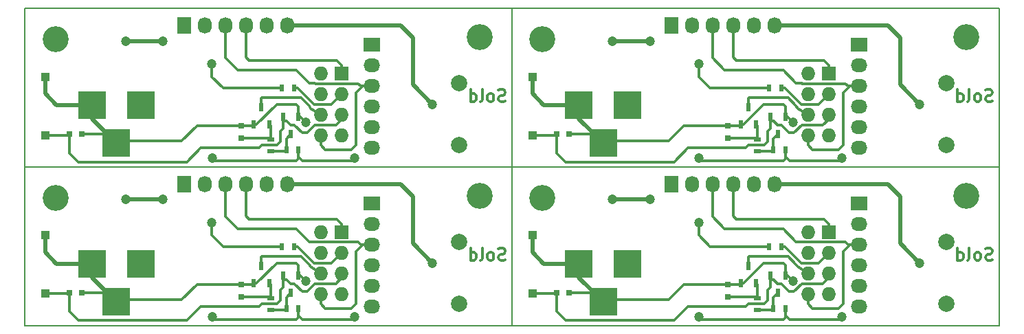
<source format=gbr>
G04 #@! TF.FileFunction,Copper,L2,Bot,Signal*
%FSLAX46Y46*%
G04 Gerber Fmt 4.6, Leading zero omitted, Abs format (unit mm)*
G04 Created by KiCad (PCBNEW (2015-01-16 BZR 5376)-product) date 1/21/2016 3:46:14 PM*
%MOMM*%
G01*
G04 APERTURE LIST*
%ADD10C,0.100000*%
%ADD11C,0.150000*%
%ADD12C,0.300000*%
%ADD13C,3.200000*%
%ADD14R,2.032000X1.727200*%
%ADD15O,2.032000X1.727200*%
%ADD16R,1.000760X1.000760*%
%ADD17C,2.000000*%
%ADD18R,0.500000X0.900000*%
%ADD19R,0.900000X0.500000*%
%ADD20R,1.727200X2.032000*%
%ADD21O,1.727200X2.032000*%
%ADD22R,3.500120X3.500120*%
%ADD23R,0.750000X0.800000*%
%ADD24R,0.800000X0.750000*%
%ADD25R,0.599440X1.000760*%
%ADD26R,1.727200X1.727200*%
%ADD27O,1.727200X1.727200*%
%ADD28C,1.200000*%
%ADD29C,0.350000*%
%ADD30C,0.250000*%
%ADD31C,0.500000*%
G04 APERTURE END LIST*
D10*
D11*
X206000000Y-77500000D02*
X206000000Y-77000000D01*
X206000000Y-77000000D02*
X146000000Y-77000000D01*
X146000000Y-77000000D02*
X146000000Y-96500000D01*
X146000000Y-96500000D02*
X206000000Y-96500000D01*
X206000000Y-96500000D02*
X206000000Y-77500000D01*
D12*
X205178571Y-88407143D02*
X204964285Y-88478571D01*
X204607142Y-88478571D01*
X204464285Y-88407143D01*
X204392856Y-88335714D01*
X204321428Y-88192857D01*
X204321428Y-88050000D01*
X204392856Y-87907143D01*
X204464285Y-87835714D01*
X204607142Y-87764286D01*
X204892856Y-87692857D01*
X205035714Y-87621429D01*
X205107142Y-87550000D01*
X205178571Y-87407143D01*
X205178571Y-87264286D01*
X205107142Y-87121429D01*
X205035714Y-87050000D01*
X204892856Y-86978571D01*
X204535714Y-86978571D01*
X204321428Y-87050000D01*
X203464285Y-88478571D02*
X203607143Y-88407143D01*
X203678571Y-88335714D01*
X203750000Y-88192857D01*
X203750000Y-87764286D01*
X203678571Y-87621429D01*
X203607143Y-87550000D01*
X203464285Y-87478571D01*
X203250000Y-87478571D01*
X203107143Y-87550000D01*
X203035714Y-87621429D01*
X202964285Y-87764286D01*
X202964285Y-88192857D01*
X203035714Y-88335714D01*
X203107143Y-88407143D01*
X203250000Y-88478571D01*
X203464285Y-88478571D01*
X202107142Y-88478571D02*
X202250000Y-88407143D01*
X202321428Y-88264286D01*
X202321428Y-86978571D01*
X200892857Y-88478571D02*
X200892857Y-86978571D01*
X200892857Y-88407143D02*
X201035714Y-88478571D01*
X201321428Y-88478571D01*
X201464286Y-88407143D01*
X201535714Y-88335714D01*
X201607143Y-88192857D01*
X201607143Y-87764286D01*
X201535714Y-87621429D01*
X201464286Y-87550000D01*
X201321428Y-87478571D01*
X201035714Y-87478571D01*
X200892857Y-87550000D01*
X205178571Y-107957143D02*
X204964285Y-108028571D01*
X204607142Y-108028571D01*
X204464285Y-107957143D01*
X204392856Y-107885714D01*
X204321428Y-107742857D01*
X204321428Y-107600000D01*
X204392856Y-107457143D01*
X204464285Y-107385714D01*
X204607142Y-107314286D01*
X204892856Y-107242857D01*
X205035714Y-107171429D01*
X205107142Y-107100000D01*
X205178571Y-106957143D01*
X205178571Y-106814286D01*
X205107142Y-106671429D01*
X205035714Y-106600000D01*
X204892856Y-106528571D01*
X204535714Y-106528571D01*
X204321428Y-106600000D01*
X203464285Y-108028571D02*
X203607143Y-107957143D01*
X203678571Y-107885714D01*
X203750000Y-107742857D01*
X203750000Y-107314286D01*
X203678571Y-107171429D01*
X203607143Y-107100000D01*
X203464285Y-107028571D01*
X203250000Y-107028571D01*
X203107143Y-107100000D01*
X203035714Y-107171429D01*
X202964285Y-107314286D01*
X202964285Y-107742857D01*
X203035714Y-107885714D01*
X203107143Y-107957143D01*
X203250000Y-108028571D01*
X203464285Y-108028571D01*
X202107142Y-108028571D02*
X202250000Y-107957143D01*
X202321428Y-107814286D01*
X202321428Y-106528571D01*
X200892857Y-108028571D02*
X200892857Y-106528571D01*
X200892857Y-107957143D02*
X201035714Y-108028571D01*
X201321428Y-108028571D01*
X201464286Y-107957143D01*
X201535714Y-107885714D01*
X201607143Y-107742857D01*
X201607143Y-107314286D01*
X201535714Y-107171429D01*
X201464286Y-107100000D01*
X201321428Y-107028571D01*
X201035714Y-107028571D01*
X200892857Y-107100000D01*
D11*
X206000000Y-116050000D02*
X206000000Y-97050000D01*
X146000000Y-116050000D02*
X206000000Y-116050000D01*
X146000000Y-96550000D02*
X146000000Y-116050000D01*
X206000000Y-96550000D02*
X146000000Y-96550000D01*
X206000000Y-97050000D02*
X206000000Y-96550000D01*
X146000000Y-97050000D02*
X146000000Y-96550000D01*
X146000000Y-96550000D02*
X86000000Y-96550000D01*
X86000000Y-96550000D02*
X86000000Y-116050000D01*
X86000000Y-116050000D02*
X146000000Y-116050000D01*
X146000000Y-116050000D02*
X146000000Y-97050000D01*
D12*
X145178571Y-107957143D02*
X144964285Y-108028571D01*
X144607142Y-108028571D01*
X144464285Y-107957143D01*
X144392856Y-107885714D01*
X144321428Y-107742857D01*
X144321428Y-107600000D01*
X144392856Y-107457143D01*
X144464285Y-107385714D01*
X144607142Y-107314286D01*
X144892856Y-107242857D01*
X145035714Y-107171429D01*
X145107142Y-107100000D01*
X145178571Y-106957143D01*
X145178571Y-106814286D01*
X145107142Y-106671429D01*
X145035714Y-106600000D01*
X144892856Y-106528571D01*
X144535714Y-106528571D01*
X144321428Y-106600000D01*
X143464285Y-108028571D02*
X143607143Y-107957143D01*
X143678571Y-107885714D01*
X143750000Y-107742857D01*
X143750000Y-107314286D01*
X143678571Y-107171429D01*
X143607143Y-107100000D01*
X143464285Y-107028571D01*
X143250000Y-107028571D01*
X143107143Y-107100000D01*
X143035714Y-107171429D01*
X142964285Y-107314286D01*
X142964285Y-107742857D01*
X143035714Y-107885714D01*
X143107143Y-107957143D01*
X143250000Y-108028571D01*
X143464285Y-108028571D01*
X142107142Y-108028571D02*
X142250000Y-107957143D01*
X142321428Y-107814286D01*
X142321428Y-106528571D01*
X140892857Y-108028571D02*
X140892857Y-106528571D01*
X140892857Y-107957143D02*
X141035714Y-108028571D01*
X141321428Y-108028571D01*
X141464286Y-107957143D01*
X141535714Y-107885714D01*
X141607143Y-107742857D01*
X141607143Y-107314286D01*
X141535714Y-107171429D01*
X141464286Y-107100000D01*
X141321428Y-107028571D01*
X141035714Y-107028571D01*
X140892857Y-107100000D01*
X145178571Y-88407143D02*
X144964285Y-88478571D01*
X144607142Y-88478571D01*
X144464285Y-88407143D01*
X144392856Y-88335714D01*
X144321428Y-88192857D01*
X144321428Y-88050000D01*
X144392856Y-87907143D01*
X144464285Y-87835714D01*
X144607142Y-87764286D01*
X144892856Y-87692857D01*
X145035714Y-87621429D01*
X145107142Y-87550000D01*
X145178571Y-87407143D01*
X145178571Y-87264286D01*
X145107142Y-87121429D01*
X145035714Y-87050000D01*
X144892856Y-86978571D01*
X144535714Y-86978571D01*
X144321428Y-87050000D01*
X143464285Y-88478571D02*
X143607143Y-88407143D01*
X143678571Y-88335714D01*
X143750000Y-88192857D01*
X143750000Y-87764286D01*
X143678571Y-87621429D01*
X143607143Y-87550000D01*
X143464285Y-87478571D01*
X143250000Y-87478571D01*
X143107143Y-87550000D01*
X143035714Y-87621429D01*
X142964285Y-87764286D01*
X142964285Y-88192857D01*
X143035714Y-88335714D01*
X143107143Y-88407143D01*
X143250000Y-88478571D01*
X143464285Y-88478571D01*
X142107142Y-88478571D02*
X142250000Y-88407143D01*
X142321428Y-88264286D01*
X142321428Y-86978571D01*
X140892857Y-88478571D02*
X140892857Y-86978571D01*
X140892857Y-88407143D02*
X141035714Y-88478571D01*
X141321428Y-88478571D01*
X141464286Y-88407143D01*
X141535714Y-88335714D01*
X141607143Y-88192857D01*
X141607143Y-87764286D01*
X141535714Y-87621429D01*
X141464286Y-87550000D01*
X141321428Y-87478571D01*
X141035714Y-87478571D01*
X140892857Y-87550000D01*
D11*
X146000000Y-96500000D02*
X146000000Y-77500000D01*
X86000000Y-96500000D02*
X146000000Y-96500000D01*
X86000000Y-77000000D02*
X86000000Y-96500000D01*
X146000000Y-77000000D02*
X86000000Y-77000000D01*
X146000000Y-77500000D02*
X146000000Y-77000000D01*
D13*
X149750000Y-80750000D03*
D14*
X188750000Y-81500000D03*
D15*
X188750000Y-84040000D03*
X188750000Y-86580000D03*
X188750000Y-89120000D03*
X188750000Y-91660000D03*
X188750000Y-94200000D03*
D16*
X148500000Y-85400820D03*
X148500000Y-92599180D03*
D17*
X199500000Y-93799840D03*
X199500000Y-86200160D03*
D18*
X177650000Y-86800000D03*
X179150000Y-86800000D03*
D19*
X176250000Y-93125000D03*
X176250000Y-94625000D03*
D18*
X179700000Y-94400000D03*
X178200000Y-94400000D03*
D20*
X165600000Y-79075000D03*
D21*
X168140000Y-79075000D03*
X170680000Y-79075000D03*
X173220000Y-79075000D03*
X175760000Y-79075000D03*
X178300000Y-79075000D03*
D13*
X202000000Y-80500000D03*
D22*
X160250140Y-88900000D03*
X154250660Y-88900000D03*
X157250400Y-93599000D03*
D23*
X172600000Y-92950000D03*
X172600000Y-91450000D03*
D24*
X151500000Y-92500000D03*
X153000000Y-92500000D03*
D25*
X176077500Y-91306640D03*
X175125000Y-89193360D03*
X174172500Y-91306640D03*
X177797500Y-90368360D03*
X178750000Y-92481640D03*
X179702500Y-90368360D03*
D26*
X185000000Y-85000000D03*
D27*
X182460000Y-85000000D03*
X185000000Y-87540000D03*
X182460000Y-87540000D03*
X185000000Y-90080000D03*
X182460000Y-90080000D03*
X185000000Y-92620000D03*
X182460000Y-92620000D03*
D26*
X185000000Y-104550000D03*
D27*
X182460000Y-104550000D03*
X185000000Y-107090000D03*
X182460000Y-107090000D03*
X185000000Y-109630000D03*
X182460000Y-109630000D03*
X185000000Y-112170000D03*
X182460000Y-112170000D03*
D25*
X177797500Y-109918360D03*
X178750000Y-112031640D03*
X179702500Y-109918360D03*
X176077500Y-110856640D03*
X175125000Y-108743360D03*
X174172500Y-110856640D03*
D24*
X151500000Y-112050000D03*
X153000000Y-112050000D03*
D23*
X172600000Y-112500000D03*
X172600000Y-111000000D03*
D22*
X160250140Y-108450000D03*
X154250660Y-108450000D03*
X157250400Y-113149000D03*
D13*
X202000000Y-100050000D03*
D20*
X165600000Y-98625000D03*
D21*
X168140000Y-98625000D03*
X170680000Y-98625000D03*
X173220000Y-98625000D03*
X175760000Y-98625000D03*
X178300000Y-98625000D03*
D18*
X179700000Y-113950000D03*
X178200000Y-113950000D03*
D19*
X176250000Y-112675000D03*
X176250000Y-114175000D03*
D18*
X177650000Y-106350000D03*
X179150000Y-106350000D03*
D17*
X199500000Y-113349840D03*
X199500000Y-105750160D03*
D16*
X148500000Y-104950820D03*
X148500000Y-112149180D03*
D14*
X188750000Y-101050000D03*
D15*
X188750000Y-103590000D03*
X188750000Y-106130000D03*
X188750000Y-108670000D03*
X188750000Y-111210000D03*
X188750000Y-113750000D03*
D13*
X149750000Y-100300000D03*
X89750000Y-100300000D03*
D14*
X128750000Y-101050000D03*
D15*
X128750000Y-103590000D03*
X128750000Y-106130000D03*
X128750000Y-108670000D03*
X128750000Y-111210000D03*
X128750000Y-113750000D03*
D16*
X88500000Y-104950820D03*
X88500000Y-112149180D03*
D17*
X139500000Y-113349840D03*
X139500000Y-105750160D03*
D18*
X117650000Y-106350000D03*
X119150000Y-106350000D03*
D19*
X116250000Y-112675000D03*
X116250000Y-114175000D03*
D18*
X119700000Y-113950000D03*
X118200000Y-113950000D03*
D20*
X105600000Y-98625000D03*
D21*
X108140000Y-98625000D03*
X110680000Y-98625000D03*
X113220000Y-98625000D03*
X115760000Y-98625000D03*
X118300000Y-98625000D03*
D13*
X142000000Y-100050000D03*
D22*
X100250140Y-108450000D03*
X94250660Y-108450000D03*
X97250400Y-113149000D03*
D23*
X112600000Y-112500000D03*
X112600000Y-111000000D03*
D24*
X91500000Y-112050000D03*
X93000000Y-112050000D03*
D25*
X116077500Y-110856640D03*
X115125000Y-108743360D03*
X114172500Y-110856640D03*
X117797500Y-109918360D03*
X118750000Y-112031640D03*
X119702500Y-109918360D03*
D26*
X125000000Y-104550000D03*
D27*
X122460000Y-104550000D03*
X125000000Y-107090000D03*
X122460000Y-107090000D03*
X125000000Y-109630000D03*
X122460000Y-109630000D03*
X125000000Y-112170000D03*
X122460000Y-112170000D03*
D26*
X125000000Y-85000000D03*
D27*
X122460000Y-85000000D03*
X125000000Y-87540000D03*
X122460000Y-87540000D03*
X125000000Y-90080000D03*
X122460000Y-90080000D03*
X125000000Y-92620000D03*
X122460000Y-92620000D03*
D25*
X117797500Y-90368360D03*
X118750000Y-92481640D03*
X119702500Y-90368360D03*
X116077500Y-91306640D03*
X115125000Y-89193360D03*
X114172500Y-91306640D03*
D24*
X91500000Y-92500000D03*
X93000000Y-92500000D03*
D23*
X112600000Y-92950000D03*
X112600000Y-91450000D03*
D22*
X100250140Y-88900000D03*
X94250660Y-88900000D03*
X97250400Y-93599000D03*
D13*
X142000000Y-80500000D03*
D20*
X105600000Y-79075000D03*
D21*
X108140000Y-79075000D03*
X110680000Y-79075000D03*
X113220000Y-79075000D03*
X115760000Y-79075000D03*
X118300000Y-79075000D03*
D18*
X119700000Y-94400000D03*
X118200000Y-94400000D03*
D19*
X116250000Y-93125000D03*
X116250000Y-94625000D03*
D18*
X117650000Y-86800000D03*
X119150000Y-86800000D03*
D17*
X139500000Y-93799840D03*
X139500000Y-86200160D03*
D16*
X88500000Y-85400820D03*
X88500000Y-92599180D03*
D14*
X128750000Y-81500000D03*
D15*
X128750000Y-84040000D03*
X128750000Y-86580000D03*
X128750000Y-89120000D03*
X128750000Y-91660000D03*
X128750000Y-94200000D03*
D13*
X89750000Y-80750000D03*
D28*
X158400000Y-81000000D03*
X163000000Y-81000000D03*
X180600000Y-91050000D03*
X180600000Y-110600000D03*
X163000000Y-100550000D03*
X158400000Y-100550000D03*
X98400000Y-100550000D03*
X103000000Y-100550000D03*
X120600000Y-110600000D03*
X120600000Y-91050000D03*
X103000000Y-81000000D03*
X98400000Y-81000000D03*
X196200000Y-88800000D03*
X196200000Y-108350000D03*
X136200000Y-108350000D03*
X136200000Y-88800000D03*
X186600000Y-95400000D03*
X169000000Y-83800000D03*
X169050000Y-95450000D03*
X169050000Y-115000000D03*
X169000000Y-103350000D03*
X186600000Y-114950000D03*
X126600000Y-114950000D03*
X109000000Y-103350000D03*
X109050000Y-115000000D03*
X109050000Y-95450000D03*
X109000000Y-83800000D03*
X126600000Y-95400000D03*
D29*
X153000000Y-92500000D02*
X156151400Y-92500000D01*
X172600000Y-91450000D02*
X174029140Y-91450000D01*
D30*
X174029140Y-91450000D02*
X174172500Y-91306640D01*
X174493360Y-91306640D02*
X174172500Y-91306640D01*
X174029140Y-91450000D02*
X174172500Y-91306640D01*
X174300000Y-91179140D02*
X174172500Y-91306640D01*
D29*
X177000000Y-88800000D02*
X174493360Y-91306640D01*
X179400000Y-88800000D02*
X177000000Y-88800000D01*
X179702500Y-89102500D02*
X179400000Y-88800000D01*
X179702500Y-90368360D02*
X179702500Y-89102500D01*
D31*
X163000000Y-81000000D02*
X158400000Y-81000000D01*
X154250660Y-88900000D02*
X154250660Y-90599260D01*
X154250660Y-90599260D02*
X157250400Y-93599000D01*
X156151400Y-92500000D02*
X157250400Y-93599000D01*
X154250660Y-88900000D02*
X149900000Y-88900000D01*
X148500000Y-87500000D02*
X148500000Y-85400820D01*
X149900000Y-88900000D02*
X148500000Y-87500000D01*
D29*
X179918360Y-90368360D02*
X180600000Y-91050000D01*
X179702500Y-90368360D02*
X179918360Y-90368360D01*
X157499400Y-93350000D02*
X157250400Y-93599000D01*
X167200000Y-91450000D02*
X165300000Y-93350000D01*
X165300000Y-93350000D02*
X157499400Y-93350000D01*
X172600000Y-91450000D02*
X167200000Y-91450000D01*
X172600000Y-111000000D02*
X167200000Y-111000000D01*
X165300000Y-112900000D02*
X157499400Y-112900000D01*
X167200000Y-111000000D02*
X165300000Y-112900000D01*
X157499400Y-112900000D02*
X157250400Y-113149000D01*
X179702500Y-109918360D02*
X179918360Y-109918360D01*
X179918360Y-109918360D02*
X180600000Y-110600000D01*
D31*
X149900000Y-108450000D02*
X148500000Y-107050000D01*
X148500000Y-107050000D02*
X148500000Y-104950820D01*
X154250660Y-108450000D02*
X149900000Y-108450000D01*
X156151400Y-112050000D02*
X157250400Y-113149000D01*
X154250660Y-110149260D02*
X157250400Y-113149000D01*
X154250660Y-108450000D02*
X154250660Y-110149260D01*
X163000000Y-100550000D02*
X158400000Y-100550000D01*
D29*
X179702500Y-109918360D02*
X179702500Y-108652500D01*
X179702500Y-108652500D02*
X179400000Y-108350000D01*
X179400000Y-108350000D02*
X177000000Y-108350000D01*
X177000000Y-108350000D02*
X174493360Y-110856640D01*
D30*
X174300000Y-110729140D02*
X174172500Y-110856640D01*
X174029140Y-111000000D02*
X174172500Y-110856640D01*
X174493360Y-110856640D02*
X174172500Y-110856640D01*
X174029140Y-111000000D02*
X174172500Y-110856640D01*
D29*
X172600000Y-111000000D02*
X174029140Y-111000000D01*
X153000000Y-112050000D02*
X156151400Y-112050000D01*
X93000000Y-112050000D02*
X96151400Y-112050000D01*
X112600000Y-111000000D02*
X114029140Y-111000000D01*
D30*
X114029140Y-111000000D02*
X114172500Y-110856640D01*
X114493360Y-110856640D02*
X114172500Y-110856640D01*
X114029140Y-111000000D02*
X114172500Y-110856640D01*
X114300000Y-110729140D02*
X114172500Y-110856640D01*
D29*
X117000000Y-108350000D02*
X114493360Y-110856640D01*
X119400000Y-108350000D02*
X117000000Y-108350000D01*
X119702500Y-108652500D02*
X119400000Y-108350000D01*
X119702500Y-109918360D02*
X119702500Y-108652500D01*
D31*
X103000000Y-100550000D02*
X98400000Y-100550000D01*
X94250660Y-108450000D02*
X94250660Y-110149260D01*
X94250660Y-110149260D02*
X97250400Y-113149000D01*
X96151400Y-112050000D02*
X97250400Y-113149000D01*
X94250660Y-108450000D02*
X89900000Y-108450000D01*
X88500000Y-107050000D02*
X88500000Y-104950820D01*
X89900000Y-108450000D02*
X88500000Y-107050000D01*
D29*
X119918360Y-109918360D02*
X120600000Y-110600000D01*
X119702500Y-109918360D02*
X119918360Y-109918360D01*
X97499400Y-112900000D02*
X97250400Y-113149000D01*
X107200000Y-111000000D02*
X105300000Y-112900000D01*
X105300000Y-112900000D02*
X97499400Y-112900000D01*
X112600000Y-111000000D02*
X107200000Y-111000000D01*
X112600000Y-91450000D02*
X107200000Y-91450000D01*
X105300000Y-93350000D02*
X97499400Y-93350000D01*
X107200000Y-91450000D02*
X105300000Y-93350000D01*
X97499400Y-93350000D02*
X97250400Y-93599000D01*
X119702500Y-90368360D02*
X119918360Y-90368360D01*
X119918360Y-90368360D02*
X120600000Y-91050000D01*
D31*
X89900000Y-88900000D02*
X88500000Y-87500000D01*
X88500000Y-87500000D02*
X88500000Y-85400820D01*
X94250660Y-88900000D02*
X89900000Y-88900000D01*
X96151400Y-92500000D02*
X97250400Y-93599000D01*
X94250660Y-90599260D02*
X97250400Y-93599000D01*
X94250660Y-88900000D02*
X94250660Y-90599260D01*
X103000000Y-81000000D02*
X98400000Y-81000000D01*
D29*
X119702500Y-90368360D02*
X119702500Y-89102500D01*
X119702500Y-89102500D02*
X119400000Y-88800000D01*
X119400000Y-88800000D02*
X117000000Y-88800000D01*
X117000000Y-88800000D02*
X114493360Y-91306640D01*
D30*
X114300000Y-91179140D02*
X114172500Y-91306640D01*
X114029140Y-91450000D02*
X114172500Y-91306640D01*
X114493360Y-91306640D02*
X114172500Y-91306640D01*
X114029140Y-91450000D02*
X114172500Y-91306640D01*
D29*
X112600000Y-91450000D02*
X114029140Y-91450000D01*
X93000000Y-92500000D02*
X96151400Y-92500000D01*
D31*
X178300000Y-79075000D02*
X192275000Y-79075000D01*
X192275000Y-79075000D02*
X193800000Y-80600000D01*
X193800000Y-80600000D02*
X193800000Y-86400000D01*
X193800000Y-86400000D02*
X196200000Y-88800000D01*
X193800000Y-105950000D02*
X196200000Y-108350000D01*
X193800000Y-100150000D02*
X193800000Y-105950000D01*
X192275000Y-98625000D02*
X193800000Y-100150000D01*
X178300000Y-98625000D02*
X192275000Y-98625000D01*
X118300000Y-98625000D02*
X132275000Y-98625000D01*
X132275000Y-98625000D02*
X133800000Y-100150000D01*
X133800000Y-100150000D02*
X133800000Y-105950000D01*
X133800000Y-105950000D02*
X136200000Y-108350000D01*
X133800000Y-86400000D02*
X136200000Y-88800000D01*
X133800000Y-80600000D02*
X133800000Y-86400000D01*
X132275000Y-79075000D02*
X133800000Y-80600000D01*
X118300000Y-79075000D02*
X132275000Y-79075000D01*
D29*
X179700000Y-94400000D02*
X179700000Y-95300000D01*
X180200000Y-95800000D02*
X186200000Y-95800000D01*
X186200000Y-95800000D02*
X186600000Y-95400000D01*
X179700000Y-95300000D02*
X180200000Y-95800000D01*
X177650000Y-86800000D02*
X170400000Y-86800000D01*
X169000000Y-85400000D02*
X169000000Y-83800000D01*
X170400000Y-86800000D02*
X169000000Y-85400000D01*
X169050000Y-95450000D02*
X169350000Y-95750000D01*
X169350000Y-95750000D02*
X179450000Y-95750000D01*
X179450000Y-95750000D02*
X179700000Y-95500000D01*
X179700000Y-95500000D02*
X179700000Y-95300000D01*
X179700000Y-115050000D02*
X179700000Y-114850000D01*
X179450000Y-115300000D02*
X179700000Y-115050000D01*
X169350000Y-115300000D02*
X179450000Y-115300000D01*
X169050000Y-115000000D02*
X169350000Y-115300000D01*
X170400000Y-106350000D02*
X169000000Y-104950000D01*
X169000000Y-104950000D02*
X169000000Y-103350000D01*
X177650000Y-106350000D02*
X170400000Y-106350000D01*
X179700000Y-114850000D02*
X180200000Y-115350000D01*
X186200000Y-115350000D02*
X186600000Y-114950000D01*
X180200000Y-115350000D02*
X186200000Y-115350000D01*
X179700000Y-113950000D02*
X179700000Y-114850000D01*
X119700000Y-113950000D02*
X119700000Y-114850000D01*
X120200000Y-115350000D02*
X126200000Y-115350000D01*
X126200000Y-115350000D02*
X126600000Y-114950000D01*
X119700000Y-114850000D02*
X120200000Y-115350000D01*
X117650000Y-106350000D02*
X110400000Y-106350000D01*
X109000000Y-104950000D02*
X109000000Y-103350000D01*
X110400000Y-106350000D02*
X109000000Y-104950000D01*
X109050000Y-115000000D02*
X109350000Y-115300000D01*
X109350000Y-115300000D02*
X119450000Y-115300000D01*
X119450000Y-115300000D02*
X119700000Y-115050000D01*
X119700000Y-115050000D02*
X119700000Y-114850000D01*
X119700000Y-95500000D02*
X119700000Y-95300000D01*
X119450000Y-95750000D02*
X119700000Y-95500000D01*
X109350000Y-95750000D02*
X119450000Y-95750000D01*
X109050000Y-95450000D02*
X109350000Y-95750000D01*
X110400000Y-86800000D02*
X109000000Y-85400000D01*
X109000000Y-85400000D02*
X109000000Y-83800000D01*
X117650000Y-86800000D02*
X110400000Y-86800000D01*
X119700000Y-95300000D02*
X120200000Y-95800000D01*
X126200000Y-95800000D02*
X126600000Y-95400000D01*
X120200000Y-95800000D02*
X126200000Y-95800000D01*
X119700000Y-94400000D02*
X119700000Y-95300000D01*
X148500000Y-92599180D02*
X151400820Y-92599180D01*
D30*
X151400820Y-92599180D02*
X151500000Y-92500000D01*
X151400820Y-92599180D02*
X151500000Y-92500000D01*
X151400820Y-92599180D02*
X151500000Y-92500000D01*
D31*
X148599180Y-92500000D02*
X148500000Y-92599180D01*
D29*
X185000000Y-90080000D02*
X185000000Y-90650000D01*
X181700000Y-91350000D02*
X180750000Y-92300000D01*
X184300000Y-91350000D02*
X182650000Y-91350000D01*
X185000000Y-90650000D02*
X184300000Y-91350000D01*
X177797500Y-90368360D02*
X177797500Y-90900000D01*
X180150000Y-92300000D02*
X179200000Y-91350000D01*
X180750000Y-92300000D02*
X180150000Y-92300000D01*
X179200000Y-91350000D02*
X178700000Y-91350000D01*
X178700000Y-91350000D02*
X178250000Y-90900000D01*
X178250000Y-90900000D02*
X177797500Y-90900000D01*
X182650000Y-91350000D02*
X181700000Y-91350000D01*
X151500000Y-94800000D02*
X152600000Y-95900000D01*
X152600000Y-95900000D02*
X165950000Y-95900000D01*
X165950000Y-95900000D02*
X167650000Y-94200000D01*
X167650000Y-94200000D02*
X174800000Y-94200000D01*
X174800000Y-94200000D02*
X175150000Y-93850000D01*
X175150000Y-93850000D02*
X177050000Y-93850000D01*
X177050000Y-93850000D02*
X177500000Y-93400000D01*
X177500000Y-93400000D02*
X177500000Y-92100000D01*
X177500000Y-92100000D02*
X177797500Y-91802500D01*
X177797500Y-91802500D02*
X177797500Y-90368360D01*
X151500000Y-92500000D02*
X151500000Y-94800000D01*
X151500000Y-112050000D02*
X151500000Y-114350000D01*
X177797500Y-111352500D02*
X177797500Y-109918360D01*
X177500000Y-111650000D02*
X177797500Y-111352500D01*
X177500000Y-112950000D02*
X177500000Y-111650000D01*
X177050000Y-113400000D02*
X177500000Y-112950000D01*
X175150000Y-113400000D02*
X177050000Y-113400000D01*
X174800000Y-113750000D02*
X175150000Y-113400000D01*
X167650000Y-113750000D02*
X174800000Y-113750000D01*
X165950000Y-115450000D02*
X167650000Y-113750000D01*
X152600000Y-115450000D02*
X165950000Y-115450000D01*
X151500000Y-114350000D02*
X152600000Y-115450000D01*
X182650000Y-110900000D02*
X181700000Y-110900000D01*
X178250000Y-110450000D02*
X177797500Y-110450000D01*
X178700000Y-110900000D02*
X178250000Y-110450000D01*
X179200000Y-110900000D02*
X178700000Y-110900000D01*
X180750000Y-111850000D02*
X180150000Y-111850000D01*
X180150000Y-111850000D02*
X179200000Y-110900000D01*
X177797500Y-109918360D02*
X177797500Y-110450000D01*
X185000000Y-110200000D02*
X184300000Y-110900000D01*
X184300000Y-110900000D02*
X182650000Y-110900000D01*
X181700000Y-110900000D02*
X180750000Y-111850000D01*
X185000000Y-109630000D02*
X185000000Y-110200000D01*
D31*
X148599180Y-112050000D02*
X148500000Y-112149180D01*
D30*
X151400820Y-112149180D02*
X151500000Y-112050000D01*
X151400820Y-112149180D02*
X151500000Y-112050000D01*
X151400820Y-112149180D02*
X151500000Y-112050000D01*
D29*
X148500000Y-112149180D02*
X151400820Y-112149180D01*
X88500000Y-112149180D02*
X91400820Y-112149180D01*
D30*
X91400820Y-112149180D02*
X91500000Y-112050000D01*
X91400820Y-112149180D02*
X91500000Y-112050000D01*
X91400820Y-112149180D02*
X91500000Y-112050000D01*
D31*
X88599180Y-112050000D02*
X88500000Y-112149180D01*
D29*
X125000000Y-109630000D02*
X125000000Y-110200000D01*
X121700000Y-110900000D02*
X120750000Y-111850000D01*
X124300000Y-110900000D02*
X122650000Y-110900000D01*
X125000000Y-110200000D02*
X124300000Y-110900000D01*
X117797500Y-109918360D02*
X117797500Y-110450000D01*
X120150000Y-111850000D02*
X119200000Y-110900000D01*
X120750000Y-111850000D02*
X120150000Y-111850000D01*
X119200000Y-110900000D02*
X118700000Y-110900000D01*
X118700000Y-110900000D02*
X118250000Y-110450000D01*
X118250000Y-110450000D02*
X117797500Y-110450000D01*
X122650000Y-110900000D02*
X121700000Y-110900000D01*
X91500000Y-114350000D02*
X92600000Y-115450000D01*
X92600000Y-115450000D02*
X105950000Y-115450000D01*
X105950000Y-115450000D02*
X107650000Y-113750000D01*
X107650000Y-113750000D02*
X114800000Y-113750000D01*
X114800000Y-113750000D02*
X115150000Y-113400000D01*
X115150000Y-113400000D02*
X117050000Y-113400000D01*
X117050000Y-113400000D02*
X117500000Y-112950000D01*
X117500000Y-112950000D02*
X117500000Y-111650000D01*
X117500000Y-111650000D02*
X117797500Y-111352500D01*
X117797500Y-111352500D02*
X117797500Y-109918360D01*
X91500000Y-112050000D02*
X91500000Y-114350000D01*
X91500000Y-92500000D02*
X91500000Y-94800000D01*
X117797500Y-91802500D02*
X117797500Y-90368360D01*
X117500000Y-92100000D02*
X117797500Y-91802500D01*
X117500000Y-93400000D02*
X117500000Y-92100000D01*
X117050000Y-93850000D02*
X117500000Y-93400000D01*
X115150000Y-93850000D02*
X117050000Y-93850000D01*
X114800000Y-94200000D02*
X115150000Y-93850000D01*
X107650000Y-94200000D02*
X114800000Y-94200000D01*
X105950000Y-95900000D02*
X107650000Y-94200000D01*
X92600000Y-95900000D02*
X105950000Y-95900000D01*
X91500000Y-94800000D02*
X92600000Y-95900000D01*
X122650000Y-91350000D02*
X121700000Y-91350000D01*
X118250000Y-90900000D02*
X117797500Y-90900000D01*
X118700000Y-91350000D02*
X118250000Y-90900000D01*
X119200000Y-91350000D02*
X118700000Y-91350000D01*
X120750000Y-92300000D02*
X120150000Y-92300000D01*
X120150000Y-92300000D02*
X119200000Y-91350000D01*
X117797500Y-90368360D02*
X117797500Y-90900000D01*
X125000000Y-90650000D02*
X124300000Y-91350000D01*
X124300000Y-91350000D02*
X122650000Y-91350000D01*
X121700000Y-91350000D02*
X120750000Y-92300000D01*
X125000000Y-90080000D02*
X125000000Y-90650000D01*
D31*
X88599180Y-92500000D02*
X88500000Y-92599180D01*
D30*
X91400820Y-92599180D02*
X91500000Y-92500000D01*
X91400820Y-92599180D02*
X91500000Y-92500000D01*
X91400820Y-92599180D02*
X91500000Y-92500000D01*
D29*
X88500000Y-92599180D02*
X91400820Y-92599180D01*
X172600000Y-92950000D02*
X176075000Y-92950000D01*
D30*
X176075000Y-92950000D02*
X176250000Y-93125000D01*
D29*
X176250000Y-93125000D02*
X176250000Y-91479140D01*
D30*
X176250000Y-91479140D02*
X176077500Y-91306640D01*
X176250000Y-111029140D02*
X176077500Y-110856640D01*
D29*
X176250000Y-112675000D02*
X176250000Y-111029140D01*
D30*
X176075000Y-112500000D02*
X176250000Y-112675000D01*
D29*
X172600000Y-112500000D02*
X176075000Y-112500000D01*
X112600000Y-112500000D02*
X116075000Y-112500000D01*
D30*
X116075000Y-112500000D02*
X116250000Y-112675000D01*
D29*
X116250000Y-112675000D02*
X116250000Y-111029140D01*
D30*
X116250000Y-111029140D02*
X116077500Y-110856640D01*
X116250000Y-91479140D02*
X116077500Y-91306640D01*
D29*
X116250000Y-93125000D02*
X116250000Y-91479140D01*
D30*
X116075000Y-92950000D02*
X116250000Y-93125000D01*
D29*
X112600000Y-92950000D02*
X116075000Y-92950000D01*
X173220000Y-79075000D02*
X173220000Y-83020000D01*
X185000000Y-84000000D02*
X185000000Y-85000000D01*
X184400000Y-83400000D02*
X185000000Y-84000000D01*
X173600000Y-83400000D02*
X184400000Y-83400000D01*
X173220000Y-83020000D02*
X173600000Y-83400000D01*
X173220000Y-102570000D02*
X173600000Y-102950000D01*
X173600000Y-102950000D02*
X184400000Y-102950000D01*
X184400000Y-102950000D02*
X185000000Y-103550000D01*
X185000000Y-103550000D02*
X185000000Y-104550000D01*
X173220000Y-98625000D02*
X173220000Y-102570000D01*
X113220000Y-98625000D02*
X113220000Y-102570000D01*
X125000000Y-103550000D02*
X125000000Y-104550000D01*
X124400000Y-102950000D02*
X125000000Y-103550000D01*
X113600000Y-102950000D02*
X124400000Y-102950000D01*
X113220000Y-102570000D02*
X113600000Y-102950000D01*
X113220000Y-83020000D02*
X113600000Y-83400000D01*
X113600000Y-83400000D02*
X124400000Y-83400000D01*
X124400000Y-83400000D02*
X125000000Y-84000000D01*
X125000000Y-84000000D02*
X125000000Y-85000000D01*
X113220000Y-79075000D02*
X113220000Y-83020000D01*
X179150000Y-86800000D02*
X179600000Y-86800000D01*
X183740000Y-88800000D02*
X185000000Y-87540000D01*
X181600000Y-88800000D02*
X183740000Y-88800000D01*
X179600000Y-86800000D02*
X181600000Y-88800000D01*
X179600000Y-106350000D02*
X181600000Y-108350000D01*
X181600000Y-108350000D02*
X183740000Y-108350000D01*
X183740000Y-108350000D02*
X185000000Y-107090000D01*
X179150000Y-106350000D02*
X179600000Y-106350000D01*
X119150000Y-106350000D02*
X119600000Y-106350000D01*
X123740000Y-108350000D02*
X125000000Y-107090000D01*
X121600000Y-108350000D02*
X123740000Y-108350000D01*
X119600000Y-106350000D02*
X121600000Y-108350000D01*
X119600000Y-86800000D02*
X121600000Y-88800000D01*
X121600000Y-88800000D02*
X123740000Y-88800000D01*
X123740000Y-88800000D02*
X125000000Y-87540000D01*
X119150000Y-86800000D02*
X119600000Y-86800000D01*
X175125000Y-89193360D02*
X175125000Y-88075000D01*
D30*
X182500000Y-90100000D02*
X182460000Y-90080000D01*
D29*
X181200000Y-89300000D02*
X182500000Y-90100000D01*
X181000000Y-89000000D02*
X181200000Y-89300000D01*
X180000000Y-88000000D02*
X181000000Y-89000000D01*
X175200000Y-88000000D02*
X180000000Y-88000000D01*
X175125000Y-88075000D02*
X175200000Y-88000000D01*
X175125000Y-107625000D02*
X175200000Y-107550000D01*
X175200000Y-107550000D02*
X180000000Y-107550000D01*
X180000000Y-107550000D02*
X181000000Y-108550000D01*
X181000000Y-108550000D02*
X181200000Y-108850000D01*
X181200000Y-108850000D02*
X182500000Y-109650000D01*
D30*
X182500000Y-109650000D02*
X182460000Y-109630000D01*
D29*
X175125000Y-108743360D02*
X175125000Y-107625000D01*
X115125000Y-108743360D02*
X115125000Y-107625000D01*
D30*
X122500000Y-109650000D02*
X122460000Y-109630000D01*
D29*
X121200000Y-108850000D02*
X122500000Y-109650000D01*
X121000000Y-108550000D02*
X121200000Y-108850000D01*
X120000000Y-107550000D02*
X121000000Y-108550000D01*
X115200000Y-107550000D02*
X120000000Y-107550000D01*
X115125000Y-107625000D02*
X115200000Y-107550000D01*
X115125000Y-88075000D02*
X115200000Y-88000000D01*
X115200000Y-88000000D02*
X120000000Y-88000000D01*
X120000000Y-88000000D02*
X121000000Y-89000000D01*
X121000000Y-89000000D02*
X121200000Y-89300000D01*
X121200000Y-89300000D02*
X122500000Y-90100000D01*
D30*
X122500000Y-90100000D02*
X122460000Y-90080000D01*
D29*
X115125000Y-89193360D02*
X115125000Y-88075000D01*
X170680000Y-79075000D02*
X170680000Y-83080000D01*
X187380000Y-86580000D02*
X188750000Y-86580000D01*
X179400000Y-84600000D02*
X181000000Y-86200000D01*
X172200000Y-84600000D02*
X179400000Y-84600000D01*
X170680000Y-83080000D02*
X172200000Y-84600000D01*
X187380000Y-86580000D02*
X188750000Y-86580000D01*
X181700000Y-86200000D02*
X181750000Y-86250000D01*
X181750000Y-86250000D02*
X187050000Y-86250000D01*
X187050000Y-86250000D02*
X187380000Y-86580000D01*
X181000000Y-86200000D02*
X181700000Y-86200000D01*
X183000000Y-94400000D02*
X186200000Y-94400000D01*
X187620000Y-86580000D02*
X188750000Y-86580000D01*
X182460000Y-92620000D02*
X182460000Y-93860000D01*
X182460000Y-93860000D02*
X183000000Y-94400000D01*
X186200000Y-94400000D02*
X186800000Y-93800000D01*
X186800000Y-93800000D02*
X186800000Y-87400000D01*
X186800000Y-87400000D02*
X187620000Y-86580000D01*
X186800000Y-106950000D02*
X187620000Y-106130000D01*
X186800000Y-113350000D02*
X186800000Y-106950000D01*
X186200000Y-113950000D02*
X186800000Y-113350000D01*
X182460000Y-113410000D02*
X183000000Y-113950000D01*
X182460000Y-112170000D02*
X182460000Y-113410000D01*
X187620000Y-106130000D02*
X188750000Y-106130000D01*
X183000000Y-113950000D02*
X186200000Y-113950000D01*
X181000000Y-105750000D02*
X181700000Y-105750000D01*
X187050000Y-105800000D02*
X187380000Y-106130000D01*
X181750000Y-105800000D02*
X187050000Y-105800000D01*
X181700000Y-105750000D02*
X181750000Y-105800000D01*
X187380000Y-106130000D02*
X188750000Y-106130000D01*
X170680000Y-102630000D02*
X172200000Y-104150000D01*
X172200000Y-104150000D02*
X179400000Y-104150000D01*
X179400000Y-104150000D02*
X181000000Y-105750000D01*
X187380000Y-106130000D02*
X188750000Y-106130000D01*
X170680000Y-98625000D02*
X170680000Y-102630000D01*
X110680000Y-98625000D02*
X110680000Y-102630000D01*
X127380000Y-106130000D02*
X128750000Y-106130000D01*
X119400000Y-104150000D02*
X121000000Y-105750000D01*
X112200000Y-104150000D02*
X119400000Y-104150000D01*
X110680000Y-102630000D02*
X112200000Y-104150000D01*
X127380000Y-106130000D02*
X128750000Y-106130000D01*
X121700000Y-105750000D02*
X121750000Y-105800000D01*
X121750000Y-105800000D02*
X127050000Y-105800000D01*
X127050000Y-105800000D02*
X127380000Y-106130000D01*
X121000000Y-105750000D02*
X121700000Y-105750000D01*
X123000000Y-113950000D02*
X126200000Y-113950000D01*
X127620000Y-106130000D02*
X128750000Y-106130000D01*
X122460000Y-112170000D02*
X122460000Y-113410000D01*
X122460000Y-113410000D02*
X123000000Y-113950000D01*
X126200000Y-113950000D02*
X126800000Y-113350000D01*
X126800000Y-113350000D02*
X126800000Y-106950000D01*
X126800000Y-106950000D02*
X127620000Y-106130000D01*
X126800000Y-87400000D02*
X127620000Y-86580000D01*
X126800000Y-93800000D02*
X126800000Y-87400000D01*
X126200000Y-94400000D02*
X126800000Y-93800000D01*
X122460000Y-93860000D02*
X123000000Y-94400000D01*
X122460000Y-92620000D02*
X122460000Y-93860000D01*
X127620000Y-86580000D02*
X128750000Y-86580000D01*
X123000000Y-94400000D02*
X126200000Y-94400000D01*
X121000000Y-86200000D02*
X121700000Y-86200000D01*
X127050000Y-86250000D02*
X127380000Y-86580000D01*
X121750000Y-86250000D02*
X127050000Y-86250000D01*
X121700000Y-86200000D02*
X121750000Y-86250000D01*
X127380000Y-86580000D02*
X128750000Y-86580000D01*
X110680000Y-83080000D02*
X112200000Y-84600000D01*
X112200000Y-84600000D02*
X119400000Y-84600000D01*
X119400000Y-84600000D02*
X121000000Y-86200000D01*
X127380000Y-86580000D02*
X128750000Y-86580000D01*
X110680000Y-79075000D02*
X110680000Y-83080000D01*
X178200000Y-94400000D02*
X178200000Y-93031640D01*
X178200000Y-93031640D02*
X178750000Y-92481640D01*
X176250000Y-94625000D02*
X177975000Y-94625000D01*
D30*
X177975000Y-94625000D02*
X178200000Y-94400000D01*
X177975000Y-114175000D02*
X178200000Y-113950000D01*
D29*
X176250000Y-114175000D02*
X177975000Y-114175000D01*
X178200000Y-112581640D02*
X178750000Y-112031640D01*
X178200000Y-113950000D02*
X178200000Y-112581640D01*
X118200000Y-113950000D02*
X118200000Y-112581640D01*
X118200000Y-112581640D02*
X118750000Y-112031640D01*
X116250000Y-114175000D02*
X117975000Y-114175000D01*
D30*
X117975000Y-114175000D02*
X118200000Y-113950000D01*
X117975000Y-94625000D02*
X118200000Y-94400000D01*
D29*
X116250000Y-94625000D02*
X117975000Y-94625000D01*
X118200000Y-93031640D02*
X118750000Y-92481640D01*
X118200000Y-94400000D02*
X118200000Y-93031640D01*
M02*

</source>
